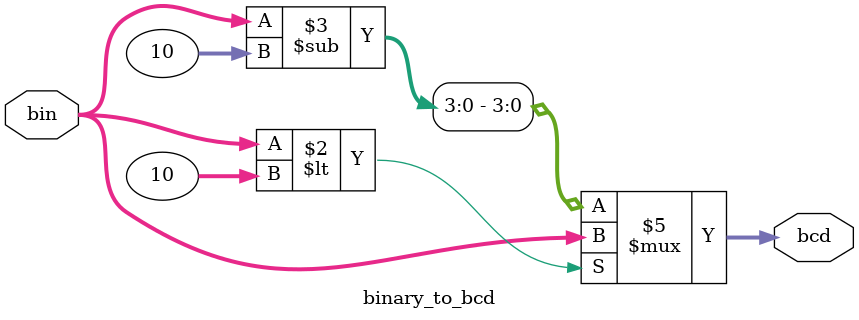
<source format=v>
module binary_to_bcd(input [3:0] bin, output reg [3:0] bcd);
  always @(*) begin
    if (bin < 10)
      bcd = bin;
    else
      bcd = bin - 10;  // Only for demonstration (range 0–15)
  end
endmodule


</source>
